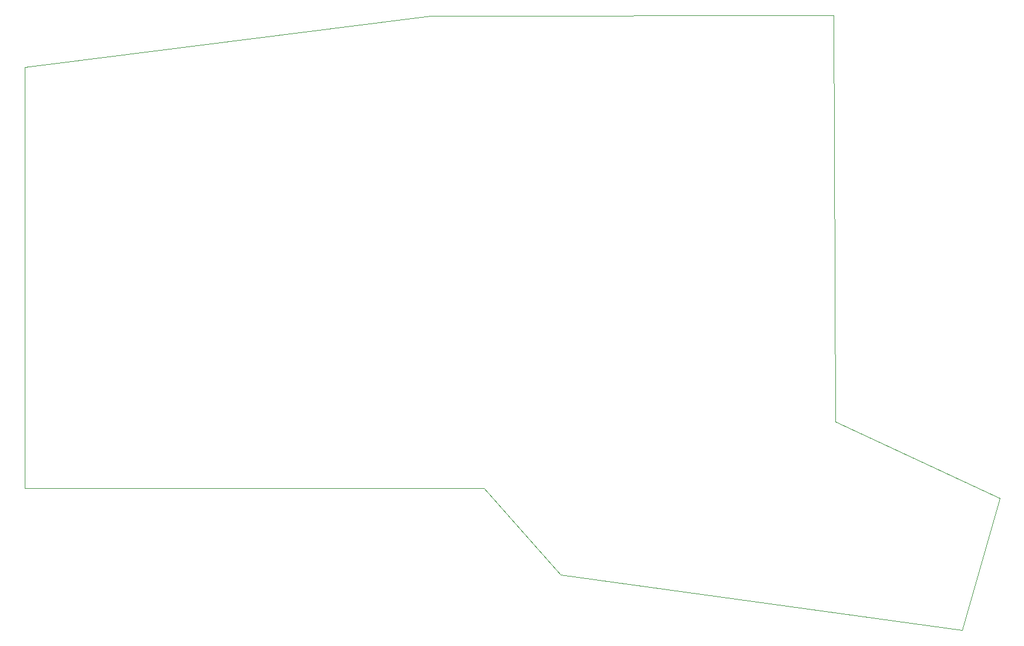
<source format=gm1>
%TF.GenerationSoftware,KiCad,Pcbnew,7.99.0-1450-gc37332bdb3*%
%TF.CreationDate,2023-08-19T19:03:46+01:00*%
%TF.ProjectId,benboard,62656e62-6f61-4726-942e-6b696361645f,rev?*%
%TF.SameCoordinates,Original*%
%TF.FileFunction,Profile,NP*%
%FSLAX46Y46*%
G04 Gerber Fmt 4.6, Leading zero omitted, Abs format (unit mm)*
G04 Created by KiCad (PCBNEW 7.99.0-1450-gc37332bdb3) date 2023-08-19 19:03:46*
%MOMM*%
%LPD*%
G01*
G04 APERTURE LIST*
%TA.AperFunction,Profile*%
%ADD10C,0.100000*%
%TD*%
G04 APERTURE END LIST*
D10*
X202200000Y-112400000D02*
X178600000Y-101400000D01*
X128200000Y-111000000D02*
X139200000Y-123400000D01*
X178400000Y-43000000D02*
X120430734Y-43069228D01*
X62200000Y-111000000D02*
X128200000Y-111000000D01*
X196800000Y-131400000D02*
X202200000Y-112400000D01*
X62200000Y-50400000D02*
X62200000Y-111000000D01*
X139200000Y-123400000D02*
X196800000Y-131400000D01*
X178600000Y-101400000D02*
X178400000Y-43000000D01*
X120430734Y-43069228D02*
X62200000Y-50400000D01*
M02*

</source>
